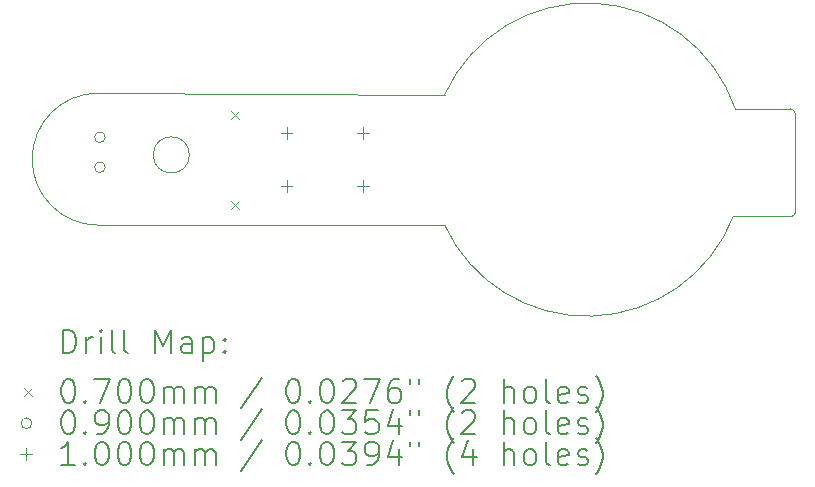
<source format=gbr>
%TF.GenerationSoftware,KiCad,Pcbnew,9.0.0*%
%TF.CreationDate,2025-12-23T19:15:52-06:00*%
%TF.ProjectId,Project 1 LED Torch,50726f6a-6563-4742-9031-204c45442054,1*%
%TF.SameCoordinates,Original*%
%TF.FileFunction,Drillmap*%
%TF.FilePolarity,Positive*%
%FSLAX45Y45*%
G04 Gerber Fmt 4.5, Leading zero omitted, Abs format (unit mm)*
G04 Created by KiCad (PCBNEW 9.0.0) date 2025-12-23 19:15:52*
%MOMM*%
%LPD*%
G01*
G04 APERTURE LIST*
%ADD10C,0.050000*%
%ADD11C,0.200000*%
%ADD12C,0.100000*%
G04 APERTURE END LIST*
D10*
X10917448Y-13802360D02*
G75*
G02*
X10611592Y-13802360I-152928J0D01*
G01*
X10611592Y-13802360D02*
G75*
G02*
X10917448Y-13802360I152928J0D01*
G01*
X15523910Y-14320519D02*
G75*
G02*
X13078460Y-14396720I-1238950J482600D01*
G01*
X16047720Y-14290040D02*
G75*
G02*
X16017240Y-14320520I-30480J0D01*
G01*
X16047720Y-13457359D02*
X16047720Y-14290040D01*
X15523910Y-14320519D02*
X16017240Y-14320520D01*
X15539052Y-13410918D02*
X16002000Y-13410918D01*
X16001718Y-13410918D02*
G75*
G02*
X16047720Y-13456920I0J-46002D01*
G01*
X13078460Y-13291820D02*
G75*
G02*
X15539052Y-13410918I1206500J-551180D01*
G01*
X10144760Y-14396720D02*
X13078460Y-14396720D01*
X10144760Y-13279120D02*
X13078460Y-13291820D01*
X10144760Y-14396720D02*
G75*
G02*
X10144760Y-13279120I0J558800D01*
G01*
D11*
D12*
X11268000Y-13427000D02*
X11338000Y-13497000D01*
X11338000Y-13427000D02*
X11268000Y-13497000D01*
X11268000Y-14189000D02*
X11338000Y-14259000D01*
X11338000Y-14189000D02*
X11268000Y-14259000D01*
X10205000Y-13652500D02*
G75*
G02*
X10115000Y-13652500I-45000J0D01*
G01*
X10115000Y-13652500D02*
G75*
G02*
X10205000Y-13652500I45000J0D01*
G01*
X10205000Y-13906500D02*
G75*
G02*
X10115000Y-13906500I-45000J0D01*
G01*
X10115000Y-13906500D02*
G75*
G02*
X10205000Y-13906500I45000J0D01*
G01*
X11740000Y-13568000D02*
X11740000Y-13668000D01*
X11690000Y-13618000D02*
X11790000Y-13618000D01*
X11740000Y-14018000D02*
X11740000Y-14118000D01*
X11690000Y-14068000D02*
X11790000Y-14068000D01*
X12390000Y-13568000D02*
X12390000Y-13668000D01*
X12340000Y-13618000D02*
X12440000Y-13618000D01*
X12390000Y-14018000D02*
X12390000Y-14118000D01*
X12340000Y-14068000D02*
X12440000Y-14068000D01*
D11*
X9844237Y-15481528D02*
X9844237Y-15281528D01*
X9844237Y-15281528D02*
X9891856Y-15281528D01*
X9891856Y-15281528D02*
X9920427Y-15291051D01*
X9920427Y-15291051D02*
X9939475Y-15310099D01*
X9939475Y-15310099D02*
X9948999Y-15329147D01*
X9948999Y-15329147D02*
X9958523Y-15367242D01*
X9958523Y-15367242D02*
X9958523Y-15395813D01*
X9958523Y-15395813D02*
X9948999Y-15433909D01*
X9948999Y-15433909D02*
X9939475Y-15452956D01*
X9939475Y-15452956D02*
X9920427Y-15472004D01*
X9920427Y-15472004D02*
X9891856Y-15481528D01*
X9891856Y-15481528D02*
X9844237Y-15481528D01*
X10044237Y-15481528D02*
X10044237Y-15348194D01*
X10044237Y-15386290D02*
X10053761Y-15367242D01*
X10053761Y-15367242D02*
X10063284Y-15357718D01*
X10063284Y-15357718D02*
X10082332Y-15348194D01*
X10082332Y-15348194D02*
X10101380Y-15348194D01*
X10168046Y-15481528D02*
X10168046Y-15348194D01*
X10168046Y-15281528D02*
X10158523Y-15291051D01*
X10158523Y-15291051D02*
X10168046Y-15300575D01*
X10168046Y-15300575D02*
X10177570Y-15291051D01*
X10177570Y-15291051D02*
X10168046Y-15281528D01*
X10168046Y-15281528D02*
X10168046Y-15300575D01*
X10291856Y-15481528D02*
X10272808Y-15472004D01*
X10272808Y-15472004D02*
X10263284Y-15452956D01*
X10263284Y-15452956D02*
X10263284Y-15281528D01*
X10396618Y-15481528D02*
X10377570Y-15472004D01*
X10377570Y-15472004D02*
X10368046Y-15452956D01*
X10368046Y-15452956D02*
X10368046Y-15281528D01*
X10625189Y-15481528D02*
X10625189Y-15281528D01*
X10625189Y-15281528D02*
X10691856Y-15424385D01*
X10691856Y-15424385D02*
X10758523Y-15281528D01*
X10758523Y-15281528D02*
X10758523Y-15481528D01*
X10939475Y-15481528D02*
X10939475Y-15376766D01*
X10939475Y-15376766D02*
X10929951Y-15357718D01*
X10929951Y-15357718D02*
X10910904Y-15348194D01*
X10910904Y-15348194D02*
X10872808Y-15348194D01*
X10872808Y-15348194D02*
X10853761Y-15357718D01*
X10939475Y-15472004D02*
X10920427Y-15481528D01*
X10920427Y-15481528D02*
X10872808Y-15481528D01*
X10872808Y-15481528D02*
X10853761Y-15472004D01*
X10853761Y-15472004D02*
X10844237Y-15452956D01*
X10844237Y-15452956D02*
X10844237Y-15433909D01*
X10844237Y-15433909D02*
X10853761Y-15414861D01*
X10853761Y-15414861D02*
X10872808Y-15405337D01*
X10872808Y-15405337D02*
X10920427Y-15405337D01*
X10920427Y-15405337D02*
X10939475Y-15395813D01*
X11034713Y-15348194D02*
X11034713Y-15548194D01*
X11034713Y-15357718D02*
X11053761Y-15348194D01*
X11053761Y-15348194D02*
X11091856Y-15348194D01*
X11091856Y-15348194D02*
X11110904Y-15357718D01*
X11110904Y-15357718D02*
X11120427Y-15367242D01*
X11120427Y-15367242D02*
X11129951Y-15386290D01*
X11129951Y-15386290D02*
X11129951Y-15443432D01*
X11129951Y-15443432D02*
X11120427Y-15462480D01*
X11120427Y-15462480D02*
X11110904Y-15472004D01*
X11110904Y-15472004D02*
X11091856Y-15481528D01*
X11091856Y-15481528D02*
X11053761Y-15481528D01*
X11053761Y-15481528D02*
X11034713Y-15472004D01*
X11215665Y-15462480D02*
X11225189Y-15472004D01*
X11225189Y-15472004D02*
X11215665Y-15481528D01*
X11215665Y-15481528D02*
X11206142Y-15472004D01*
X11206142Y-15472004D02*
X11215665Y-15462480D01*
X11215665Y-15462480D02*
X11215665Y-15481528D01*
X11215665Y-15357718D02*
X11225189Y-15367242D01*
X11225189Y-15367242D02*
X11215665Y-15376766D01*
X11215665Y-15376766D02*
X11206142Y-15367242D01*
X11206142Y-15367242D02*
X11215665Y-15357718D01*
X11215665Y-15357718D02*
X11215665Y-15376766D01*
D12*
X9513460Y-15775044D02*
X9583460Y-15845044D01*
X9583460Y-15775044D02*
X9513460Y-15845044D01*
D11*
X9882332Y-15701528D02*
X9901380Y-15701528D01*
X9901380Y-15701528D02*
X9920427Y-15711051D01*
X9920427Y-15711051D02*
X9929951Y-15720575D01*
X9929951Y-15720575D02*
X9939475Y-15739623D01*
X9939475Y-15739623D02*
X9948999Y-15777718D01*
X9948999Y-15777718D02*
X9948999Y-15825337D01*
X9948999Y-15825337D02*
X9939475Y-15863432D01*
X9939475Y-15863432D02*
X9929951Y-15882480D01*
X9929951Y-15882480D02*
X9920427Y-15892004D01*
X9920427Y-15892004D02*
X9901380Y-15901528D01*
X9901380Y-15901528D02*
X9882332Y-15901528D01*
X9882332Y-15901528D02*
X9863284Y-15892004D01*
X9863284Y-15892004D02*
X9853761Y-15882480D01*
X9853761Y-15882480D02*
X9844237Y-15863432D01*
X9844237Y-15863432D02*
X9834713Y-15825337D01*
X9834713Y-15825337D02*
X9834713Y-15777718D01*
X9834713Y-15777718D02*
X9844237Y-15739623D01*
X9844237Y-15739623D02*
X9853761Y-15720575D01*
X9853761Y-15720575D02*
X9863284Y-15711051D01*
X9863284Y-15711051D02*
X9882332Y-15701528D01*
X10034713Y-15882480D02*
X10044237Y-15892004D01*
X10044237Y-15892004D02*
X10034713Y-15901528D01*
X10034713Y-15901528D02*
X10025189Y-15892004D01*
X10025189Y-15892004D02*
X10034713Y-15882480D01*
X10034713Y-15882480D02*
X10034713Y-15901528D01*
X10110904Y-15701528D02*
X10244237Y-15701528D01*
X10244237Y-15701528D02*
X10158523Y-15901528D01*
X10358523Y-15701528D02*
X10377570Y-15701528D01*
X10377570Y-15701528D02*
X10396618Y-15711051D01*
X10396618Y-15711051D02*
X10406142Y-15720575D01*
X10406142Y-15720575D02*
X10415665Y-15739623D01*
X10415665Y-15739623D02*
X10425189Y-15777718D01*
X10425189Y-15777718D02*
X10425189Y-15825337D01*
X10425189Y-15825337D02*
X10415665Y-15863432D01*
X10415665Y-15863432D02*
X10406142Y-15882480D01*
X10406142Y-15882480D02*
X10396618Y-15892004D01*
X10396618Y-15892004D02*
X10377570Y-15901528D01*
X10377570Y-15901528D02*
X10358523Y-15901528D01*
X10358523Y-15901528D02*
X10339475Y-15892004D01*
X10339475Y-15892004D02*
X10329951Y-15882480D01*
X10329951Y-15882480D02*
X10320427Y-15863432D01*
X10320427Y-15863432D02*
X10310904Y-15825337D01*
X10310904Y-15825337D02*
X10310904Y-15777718D01*
X10310904Y-15777718D02*
X10320427Y-15739623D01*
X10320427Y-15739623D02*
X10329951Y-15720575D01*
X10329951Y-15720575D02*
X10339475Y-15711051D01*
X10339475Y-15711051D02*
X10358523Y-15701528D01*
X10548999Y-15701528D02*
X10568046Y-15701528D01*
X10568046Y-15701528D02*
X10587094Y-15711051D01*
X10587094Y-15711051D02*
X10596618Y-15720575D01*
X10596618Y-15720575D02*
X10606142Y-15739623D01*
X10606142Y-15739623D02*
X10615665Y-15777718D01*
X10615665Y-15777718D02*
X10615665Y-15825337D01*
X10615665Y-15825337D02*
X10606142Y-15863432D01*
X10606142Y-15863432D02*
X10596618Y-15882480D01*
X10596618Y-15882480D02*
X10587094Y-15892004D01*
X10587094Y-15892004D02*
X10568046Y-15901528D01*
X10568046Y-15901528D02*
X10548999Y-15901528D01*
X10548999Y-15901528D02*
X10529951Y-15892004D01*
X10529951Y-15892004D02*
X10520427Y-15882480D01*
X10520427Y-15882480D02*
X10510904Y-15863432D01*
X10510904Y-15863432D02*
X10501380Y-15825337D01*
X10501380Y-15825337D02*
X10501380Y-15777718D01*
X10501380Y-15777718D02*
X10510904Y-15739623D01*
X10510904Y-15739623D02*
X10520427Y-15720575D01*
X10520427Y-15720575D02*
X10529951Y-15711051D01*
X10529951Y-15711051D02*
X10548999Y-15701528D01*
X10701380Y-15901528D02*
X10701380Y-15768194D01*
X10701380Y-15787242D02*
X10710904Y-15777718D01*
X10710904Y-15777718D02*
X10729951Y-15768194D01*
X10729951Y-15768194D02*
X10758523Y-15768194D01*
X10758523Y-15768194D02*
X10777570Y-15777718D01*
X10777570Y-15777718D02*
X10787094Y-15796766D01*
X10787094Y-15796766D02*
X10787094Y-15901528D01*
X10787094Y-15796766D02*
X10796618Y-15777718D01*
X10796618Y-15777718D02*
X10815665Y-15768194D01*
X10815665Y-15768194D02*
X10844237Y-15768194D01*
X10844237Y-15768194D02*
X10863285Y-15777718D01*
X10863285Y-15777718D02*
X10872808Y-15796766D01*
X10872808Y-15796766D02*
X10872808Y-15901528D01*
X10968046Y-15901528D02*
X10968046Y-15768194D01*
X10968046Y-15787242D02*
X10977570Y-15777718D01*
X10977570Y-15777718D02*
X10996618Y-15768194D01*
X10996618Y-15768194D02*
X11025189Y-15768194D01*
X11025189Y-15768194D02*
X11044237Y-15777718D01*
X11044237Y-15777718D02*
X11053761Y-15796766D01*
X11053761Y-15796766D02*
X11053761Y-15901528D01*
X11053761Y-15796766D02*
X11063285Y-15777718D01*
X11063285Y-15777718D02*
X11082332Y-15768194D01*
X11082332Y-15768194D02*
X11110904Y-15768194D01*
X11110904Y-15768194D02*
X11129951Y-15777718D01*
X11129951Y-15777718D02*
X11139475Y-15796766D01*
X11139475Y-15796766D02*
X11139475Y-15901528D01*
X11529951Y-15692004D02*
X11358523Y-15949147D01*
X11787094Y-15701528D02*
X11806142Y-15701528D01*
X11806142Y-15701528D02*
X11825189Y-15711051D01*
X11825189Y-15711051D02*
X11834713Y-15720575D01*
X11834713Y-15720575D02*
X11844237Y-15739623D01*
X11844237Y-15739623D02*
X11853761Y-15777718D01*
X11853761Y-15777718D02*
X11853761Y-15825337D01*
X11853761Y-15825337D02*
X11844237Y-15863432D01*
X11844237Y-15863432D02*
X11834713Y-15882480D01*
X11834713Y-15882480D02*
X11825189Y-15892004D01*
X11825189Y-15892004D02*
X11806142Y-15901528D01*
X11806142Y-15901528D02*
X11787094Y-15901528D01*
X11787094Y-15901528D02*
X11768046Y-15892004D01*
X11768046Y-15892004D02*
X11758523Y-15882480D01*
X11758523Y-15882480D02*
X11748999Y-15863432D01*
X11748999Y-15863432D02*
X11739475Y-15825337D01*
X11739475Y-15825337D02*
X11739475Y-15777718D01*
X11739475Y-15777718D02*
X11748999Y-15739623D01*
X11748999Y-15739623D02*
X11758523Y-15720575D01*
X11758523Y-15720575D02*
X11768046Y-15711051D01*
X11768046Y-15711051D02*
X11787094Y-15701528D01*
X11939475Y-15882480D02*
X11948999Y-15892004D01*
X11948999Y-15892004D02*
X11939475Y-15901528D01*
X11939475Y-15901528D02*
X11929951Y-15892004D01*
X11929951Y-15892004D02*
X11939475Y-15882480D01*
X11939475Y-15882480D02*
X11939475Y-15901528D01*
X12072808Y-15701528D02*
X12091856Y-15701528D01*
X12091856Y-15701528D02*
X12110904Y-15711051D01*
X12110904Y-15711051D02*
X12120427Y-15720575D01*
X12120427Y-15720575D02*
X12129951Y-15739623D01*
X12129951Y-15739623D02*
X12139475Y-15777718D01*
X12139475Y-15777718D02*
X12139475Y-15825337D01*
X12139475Y-15825337D02*
X12129951Y-15863432D01*
X12129951Y-15863432D02*
X12120427Y-15882480D01*
X12120427Y-15882480D02*
X12110904Y-15892004D01*
X12110904Y-15892004D02*
X12091856Y-15901528D01*
X12091856Y-15901528D02*
X12072808Y-15901528D01*
X12072808Y-15901528D02*
X12053761Y-15892004D01*
X12053761Y-15892004D02*
X12044237Y-15882480D01*
X12044237Y-15882480D02*
X12034713Y-15863432D01*
X12034713Y-15863432D02*
X12025189Y-15825337D01*
X12025189Y-15825337D02*
X12025189Y-15777718D01*
X12025189Y-15777718D02*
X12034713Y-15739623D01*
X12034713Y-15739623D02*
X12044237Y-15720575D01*
X12044237Y-15720575D02*
X12053761Y-15711051D01*
X12053761Y-15711051D02*
X12072808Y-15701528D01*
X12215666Y-15720575D02*
X12225189Y-15711051D01*
X12225189Y-15711051D02*
X12244237Y-15701528D01*
X12244237Y-15701528D02*
X12291856Y-15701528D01*
X12291856Y-15701528D02*
X12310904Y-15711051D01*
X12310904Y-15711051D02*
X12320427Y-15720575D01*
X12320427Y-15720575D02*
X12329951Y-15739623D01*
X12329951Y-15739623D02*
X12329951Y-15758670D01*
X12329951Y-15758670D02*
X12320427Y-15787242D01*
X12320427Y-15787242D02*
X12206142Y-15901528D01*
X12206142Y-15901528D02*
X12329951Y-15901528D01*
X12396618Y-15701528D02*
X12529951Y-15701528D01*
X12529951Y-15701528D02*
X12444237Y-15901528D01*
X12691856Y-15701528D02*
X12653761Y-15701528D01*
X12653761Y-15701528D02*
X12634713Y-15711051D01*
X12634713Y-15711051D02*
X12625189Y-15720575D01*
X12625189Y-15720575D02*
X12606142Y-15749147D01*
X12606142Y-15749147D02*
X12596618Y-15787242D01*
X12596618Y-15787242D02*
X12596618Y-15863432D01*
X12596618Y-15863432D02*
X12606142Y-15882480D01*
X12606142Y-15882480D02*
X12615666Y-15892004D01*
X12615666Y-15892004D02*
X12634713Y-15901528D01*
X12634713Y-15901528D02*
X12672808Y-15901528D01*
X12672808Y-15901528D02*
X12691856Y-15892004D01*
X12691856Y-15892004D02*
X12701380Y-15882480D01*
X12701380Y-15882480D02*
X12710904Y-15863432D01*
X12710904Y-15863432D02*
X12710904Y-15815813D01*
X12710904Y-15815813D02*
X12701380Y-15796766D01*
X12701380Y-15796766D02*
X12691856Y-15787242D01*
X12691856Y-15787242D02*
X12672808Y-15777718D01*
X12672808Y-15777718D02*
X12634713Y-15777718D01*
X12634713Y-15777718D02*
X12615666Y-15787242D01*
X12615666Y-15787242D02*
X12606142Y-15796766D01*
X12606142Y-15796766D02*
X12596618Y-15815813D01*
X12787094Y-15701528D02*
X12787094Y-15739623D01*
X12863285Y-15701528D02*
X12863285Y-15739623D01*
X13158523Y-15977718D02*
X13148999Y-15968194D01*
X13148999Y-15968194D02*
X13129951Y-15939623D01*
X13129951Y-15939623D02*
X13120428Y-15920575D01*
X13120428Y-15920575D02*
X13110904Y-15892004D01*
X13110904Y-15892004D02*
X13101380Y-15844385D01*
X13101380Y-15844385D02*
X13101380Y-15806290D01*
X13101380Y-15806290D02*
X13110904Y-15758670D01*
X13110904Y-15758670D02*
X13120428Y-15730099D01*
X13120428Y-15730099D02*
X13129951Y-15711051D01*
X13129951Y-15711051D02*
X13148999Y-15682480D01*
X13148999Y-15682480D02*
X13158523Y-15672956D01*
X13225189Y-15720575D02*
X13234713Y-15711051D01*
X13234713Y-15711051D02*
X13253761Y-15701528D01*
X13253761Y-15701528D02*
X13301380Y-15701528D01*
X13301380Y-15701528D02*
X13320428Y-15711051D01*
X13320428Y-15711051D02*
X13329951Y-15720575D01*
X13329951Y-15720575D02*
X13339475Y-15739623D01*
X13339475Y-15739623D02*
X13339475Y-15758670D01*
X13339475Y-15758670D02*
X13329951Y-15787242D01*
X13329951Y-15787242D02*
X13215666Y-15901528D01*
X13215666Y-15901528D02*
X13339475Y-15901528D01*
X13577570Y-15901528D02*
X13577570Y-15701528D01*
X13663285Y-15901528D02*
X13663285Y-15796766D01*
X13663285Y-15796766D02*
X13653761Y-15777718D01*
X13653761Y-15777718D02*
X13634713Y-15768194D01*
X13634713Y-15768194D02*
X13606142Y-15768194D01*
X13606142Y-15768194D02*
X13587094Y-15777718D01*
X13587094Y-15777718D02*
X13577570Y-15787242D01*
X13787094Y-15901528D02*
X13768047Y-15892004D01*
X13768047Y-15892004D02*
X13758523Y-15882480D01*
X13758523Y-15882480D02*
X13748999Y-15863432D01*
X13748999Y-15863432D02*
X13748999Y-15806290D01*
X13748999Y-15806290D02*
X13758523Y-15787242D01*
X13758523Y-15787242D02*
X13768047Y-15777718D01*
X13768047Y-15777718D02*
X13787094Y-15768194D01*
X13787094Y-15768194D02*
X13815666Y-15768194D01*
X13815666Y-15768194D02*
X13834713Y-15777718D01*
X13834713Y-15777718D02*
X13844237Y-15787242D01*
X13844237Y-15787242D02*
X13853761Y-15806290D01*
X13853761Y-15806290D02*
X13853761Y-15863432D01*
X13853761Y-15863432D02*
X13844237Y-15882480D01*
X13844237Y-15882480D02*
X13834713Y-15892004D01*
X13834713Y-15892004D02*
X13815666Y-15901528D01*
X13815666Y-15901528D02*
X13787094Y-15901528D01*
X13968047Y-15901528D02*
X13948999Y-15892004D01*
X13948999Y-15892004D02*
X13939475Y-15872956D01*
X13939475Y-15872956D02*
X13939475Y-15701528D01*
X14120428Y-15892004D02*
X14101380Y-15901528D01*
X14101380Y-15901528D02*
X14063285Y-15901528D01*
X14063285Y-15901528D02*
X14044237Y-15892004D01*
X14044237Y-15892004D02*
X14034713Y-15872956D01*
X14034713Y-15872956D02*
X14034713Y-15796766D01*
X14034713Y-15796766D02*
X14044237Y-15777718D01*
X14044237Y-15777718D02*
X14063285Y-15768194D01*
X14063285Y-15768194D02*
X14101380Y-15768194D01*
X14101380Y-15768194D02*
X14120428Y-15777718D01*
X14120428Y-15777718D02*
X14129951Y-15796766D01*
X14129951Y-15796766D02*
X14129951Y-15815813D01*
X14129951Y-15815813D02*
X14034713Y-15834861D01*
X14206142Y-15892004D02*
X14225190Y-15901528D01*
X14225190Y-15901528D02*
X14263285Y-15901528D01*
X14263285Y-15901528D02*
X14282332Y-15892004D01*
X14282332Y-15892004D02*
X14291856Y-15872956D01*
X14291856Y-15872956D02*
X14291856Y-15863432D01*
X14291856Y-15863432D02*
X14282332Y-15844385D01*
X14282332Y-15844385D02*
X14263285Y-15834861D01*
X14263285Y-15834861D02*
X14234713Y-15834861D01*
X14234713Y-15834861D02*
X14215666Y-15825337D01*
X14215666Y-15825337D02*
X14206142Y-15806290D01*
X14206142Y-15806290D02*
X14206142Y-15796766D01*
X14206142Y-15796766D02*
X14215666Y-15777718D01*
X14215666Y-15777718D02*
X14234713Y-15768194D01*
X14234713Y-15768194D02*
X14263285Y-15768194D01*
X14263285Y-15768194D02*
X14282332Y-15777718D01*
X14358523Y-15977718D02*
X14368047Y-15968194D01*
X14368047Y-15968194D02*
X14387094Y-15939623D01*
X14387094Y-15939623D02*
X14396618Y-15920575D01*
X14396618Y-15920575D02*
X14406142Y-15892004D01*
X14406142Y-15892004D02*
X14415666Y-15844385D01*
X14415666Y-15844385D02*
X14415666Y-15806290D01*
X14415666Y-15806290D02*
X14406142Y-15758670D01*
X14406142Y-15758670D02*
X14396618Y-15730099D01*
X14396618Y-15730099D02*
X14387094Y-15711051D01*
X14387094Y-15711051D02*
X14368047Y-15682480D01*
X14368047Y-15682480D02*
X14358523Y-15672956D01*
D12*
X9583460Y-16074044D02*
G75*
G02*
X9493460Y-16074044I-45000J0D01*
G01*
X9493460Y-16074044D02*
G75*
G02*
X9583460Y-16074044I45000J0D01*
G01*
D11*
X9882332Y-15965528D02*
X9901380Y-15965528D01*
X9901380Y-15965528D02*
X9920427Y-15975051D01*
X9920427Y-15975051D02*
X9929951Y-15984575D01*
X9929951Y-15984575D02*
X9939475Y-16003623D01*
X9939475Y-16003623D02*
X9948999Y-16041718D01*
X9948999Y-16041718D02*
X9948999Y-16089337D01*
X9948999Y-16089337D02*
X9939475Y-16127432D01*
X9939475Y-16127432D02*
X9929951Y-16146480D01*
X9929951Y-16146480D02*
X9920427Y-16156004D01*
X9920427Y-16156004D02*
X9901380Y-16165528D01*
X9901380Y-16165528D02*
X9882332Y-16165528D01*
X9882332Y-16165528D02*
X9863284Y-16156004D01*
X9863284Y-16156004D02*
X9853761Y-16146480D01*
X9853761Y-16146480D02*
X9844237Y-16127432D01*
X9844237Y-16127432D02*
X9834713Y-16089337D01*
X9834713Y-16089337D02*
X9834713Y-16041718D01*
X9834713Y-16041718D02*
X9844237Y-16003623D01*
X9844237Y-16003623D02*
X9853761Y-15984575D01*
X9853761Y-15984575D02*
X9863284Y-15975051D01*
X9863284Y-15975051D02*
X9882332Y-15965528D01*
X10034713Y-16146480D02*
X10044237Y-16156004D01*
X10044237Y-16156004D02*
X10034713Y-16165528D01*
X10034713Y-16165528D02*
X10025189Y-16156004D01*
X10025189Y-16156004D02*
X10034713Y-16146480D01*
X10034713Y-16146480D02*
X10034713Y-16165528D01*
X10139475Y-16165528D02*
X10177570Y-16165528D01*
X10177570Y-16165528D02*
X10196618Y-16156004D01*
X10196618Y-16156004D02*
X10206142Y-16146480D01*
X10206142Y-16146480D02*
X10225189Y-16117909D01*
X10225189Y-16117909D02*
X10234713Y-16079813D01*
X10234713Y-16079813D02*
X10234713Y-16003623D01*
X10234713Y-16003623D02*
X10225189Y-15984575D01*
X10225189Y-15984575D02*
X10215665Y-15975051D01*
X10215665Y-15975051D02*
X10196618Y-15965528D01*
X10196618Y-15965528D02*
X10158523Y-15965528D01*
X10158523Y-15965528D02*
X10139475Y-15975051D01*
X10139475Y-15975051D02*
X10129951Y-15984575D01*
X10129951Y-15984575D02*
X10120427Y-16003623D01*
X10120427Y-16003623D02*
X10120427Y-16051242D01*
X10120427Y-16051242D02*
X10129951Y-16070290D01*
X10129951Y-16070290D02*
X10139475Y-16079813D01*
X10139475Y-16079813D02*
X10158523Y-16089337D01*
X10158523Y-16089337D02*
X10196618Y-16089337D01*
X10196618Y-16089337D02*
X10215665Y-16079813D01*
X10215665Y-16079813D02*
X10225189Y-16070290D01*
X10225189Y-16070290D02*
X10234713Y-16051242D01*
X10358523Y-15965528D02*
X10377570Y-15965528D01*
X10377570Y-15965528D02*
X10396618Y-15975051D01*
X10396618Y-15975051D02*
X10406142Y-15984575D01*
X10406142Y-15984575D02*
X10415665Y-16003623D01*
X10415665Y-16003623D02*
X10425189Y-16041718D01*
X10425189Y-16041718D02*
X10425189Y-16089337D01*
X10425189Y-16089337D02*
X10415665Y-16127432D01*
X10415665Y-16127432D02*
X10406142Y-16146480D01*
X10406142Y-16146480D02*
X10396618Y-16156004D01*
X10396618Y-16156004D02*
X10377570Y-16165528D01*
X10377570Y-16165528D02*
X10358523Y-16165528D01*
X10358523Y-16165528D02*
X10339475Y-16156004D01*
X10339475Y-16156004D02*
X10329951Y-16146480D01*
X10329951Y-16146480D02*
X10320427Y-16127432D01*
X10320427Y-16127432D02*
X10310904Y-16089337D01*
X10310904Y-16089337D02*
X10310904Y-16041718D01*
X10310904Y-16041718D02*
X10320427Y-16003623D01*
X10320427Y-16003623D02*
X10329951Y-15984575D01*
X10329951Y-15984575D02*
X10339475Y-15975051D01*
X10339475Y-15975051D02*
X10358523Y-15965528D01*
X10548999Y-15965528D02*
X10568046Y-15965528D01*
X10568046Y-15965528D02*
X10587094Y-15975051D01*
X10587094Y-15975051D02*
X10596618Y-15984575D01*
X10596618Y-15984575D02*
X10606142Y-16003623D01*
X10606142Y-16003623D02*
X10615665Y-16041718D01*
X10615665Y-16041718D02*
X10615665Y-16089337D01*
X10615665Y-16089337D02*
X10606142Y-16127432D01*
X10606142Y-16127432D02*
X10596618Y-16146480D01*
X10596618Y-16146480D02*
X10587094Y-16156004D01*
X10587094Y-16156004D02*
X10568046Y-16165528D01*
X10568046Y-16165528D02*
X10548999Y-16165528D01*
X10548999Y-16165528D02*
X10529951Y-16156004D01*
X10529951Y-16156004D02*
X10520427Y-16146480D01*
X10520427Y-16146480D02*
X10510904Y-16127432D01*
X10510904Y-16127432D02*
X10501380Y-16089337D01*
X10501380Y-16089337D02*
X10501380Y-16041718D01*
X10501380Y-16041718D02*
X10510904Y-16003623D01*
X10510904Y-16003623D02*
X10520427Y-15984575D01*
X10520427Y-15984575D02*
X10529951Y-15975051D01*
X10529951Y-15975051D02*
X10548999Y-15965528D01*
X10701380Y-16165528D02*
X10701380Y-16032194D01*
X10701380Y-16051242D02*
X10710904Y-16041718D01*
X10710904Y-16041718D02*
X10729951Y-16032194D01*
X10729951Y-16032194D02*
X10758523Y-16032194D01*
X10758523Y-16032194D02*
X10777570Y-16041718D01*
X10777570Y-16041718D02*
X10787094Y-16060766D01*
X10787094Y-16060766D02*
X10787094Y-16165528D01*
X10787094Y-16060766D02*
X10796618Y-16041718D01*
X10796618Y-16041718D02*
X10815665Y-16032194D01*
X10815665Y-16032194D02*
X10844237Y-16032194D01*
X10844237Y-16032194D02*
X10863285Y-16041718D01*
X10863285Y-16041718D02*
X10872808Y-16060766D01*
X10872808Y-16060766D02*
X10872808Y-16165528D01*
X10968046Y-16165528D02*
X10968046Y-16032194D01*
X10968046Y-16051242D02*
X10977570Y-16041718D01*
X10977570Y-16041718D02*
X10996618Y-16032194D01*
X10996618Y-16032194D02*
X11025189Y-16032194D01*
X11025189Y-16032194D02*
X11044237Y-16041718D01*
X11044237Y-16041718D02*
X11053761Y-16060766D01*
X11053761Y-16060766D02*
X11053761Y-16165528D01*
X11053761Y-16060766D02*
X11063285Y-16041718D01*
X11063285Y-16041718D02*
X11082332Y-16032194D01*
X11082332Y-16032194D02*
X11110904Y-16032194D01*
X11110904Y-16032194D02*
X11129951Y-16041718D01*
X11129951Y-16041718D02*
X11139475Y-16060766D01*
X11139475Y-16060766D02*
X11139475Y-16165528D01*
X11529951Y-15956004D02*
X11358523Y-16213147D01*
X11787094Y-15965528D02*
X11806142Y-15965528D01*
X11806142Y-15965528D02*
X11825189Y-15975051D01*
X11825189Y-15975051D02*
X11834713Y-15984575D01*
X11834713Y-15984575D02*
X11844237Y-16003623D01*
X11844237Y-16003623D02*
X11853761Y-16041718D01*
X11853761Y-16041718D02*
X11853761Y-16089337D01*
X11853761Y-16089337D02*
X11844237Y-16127432D01*
X11844237Y-16127432D02*
X11834713Y-16146480D01*
X11834713Y-16146480D02*
X11825189Y-16156004D01*
X11825189Y-16156004D02*
X11806142Y-16165528D01*
X11806142Y-16165528D02*
X11787094Y-16165528D01*
X11787094Y-16165528D02*
X11768046Y-16156004D01*
X11768046Y-16156004D02*
X11758523Y-16146480D01*
X11758523Y-16146480D02*
X11748999Y-16127432D01*
X11748999Y-16127432D02*
X11739475Y-16089337D01*
X11739475Y-16089337D02*
X11739475Y-16041718D01*
X11739475Y-16041718D02*
X11748999Y-16003623D01*
X11748999Y-16003623D02*
X11758523Y-15984575D01*
X11758523Y-15984575D02*
X11768046Y-15975051D01*
X11768046Y-15975051D02*
X11787094Y-15965528D01*
X11939475Y-16146480D02*
X11948999Y-16156004D01*
X11948999Y-16156004D02*
X11939475Y-16165528D01*
X11939475Y-16165528D02*
X11929951Y-16156004D01*
X11929951Y-16156004D02*
X11939475Y-16146480D01*
X11939475Y-16146480D02*
X11939475Y-16165528D01*
X12072808Y-15965528D02*
X12091856Y-15965528D01*
X12091856Y-15965528D02*
X12110904Y-15975051D01*
X12110904Y-15975051D02*
X12120427Y-15984575D01*
X12120427Y-15984575D02*
X12129951Y-16003623D01*
X12129951Y-16003623D02*
X12139475Y-16041718D01*
X12139475Y-16041718D02*
X12139475Y-16089337D01*
X12139475Y-16089337D02*
X12129951Y-16127432D01*
X12129951Y-16127432D02*
X12120427Y-16146480D01*
X12120427Y-16146480D02*
X12110904Y-16156004D01*
X12110904Y-16156004D02*
X12091856Y-16165528D01*
X12091856Y-16165528D02*
X12072808Y-16165528D01*
X12072808Y-16165528D02*
X12053761Y-16156004D01*
X12053761Y-16156004D02*
X12044237Y-16146480D01*
X12044237Y-16146480D02*
X12034713Y-16127432D01*
X12034713Y-16127432D02*
X12025189Y-16089337D01*
X12025189Y-16089337D02*
X12025189Y-16041718D01*
X12025189Y-16041718D02*
X12034713Y-16003623D01*
X12034713Y-16003623D02*
X12044237Y-15984575D01*
X12044237Y-15984575D02*
X12053761Y-15975051D01*
X12053761Y-15975051D02*
X12072808Y-15965528D01*
X12206142Y-15965528D02*
X12329951Y-15965528D01*
X12329951Y-15965528D02*
X12263285Y-16041718D01*
X12263285Y-16041718D02*
X12291856Y-16041718D01*
X12291856Y-16041718D02*
X12310904Y-16051242D01*
X12310904Y-16051242D02*
X12320427Y-16060766D01*
X12320427Y-16060766D02*
X12329951Y-16079813D01*
X12329951Y-16079813D02*
X12329951Y-16127432D01*
X12329951Y-16127432D02*
X12320427Y-16146480D01*
X12320427Y-16146480D02*
X12310904Y-16156004D01*
X12310904Y-16156004D02*
X12291856Y-16165528D01*
X12291856Y-16165528D02*
X12234713Y-16165528D01*
X12234713Y-16165528D02*
X12215666Y-16156004D01*
X12215666Y-16156004D02*
X12206142Y-16146480D01*
X12510904Y-15965528D02*
X12415666Y-15965528D01*
X12415666Y-15965528D02*
X12406142Y-16060766D01*
X12406142Y-16060766D02*
X12415666Y-16051242D01*
X12415666Y-16051242D02*
X12434713Y-16041718D01*
X12434713Y-16041718D02*
X12482332Y-16041718D01*
X12482332Y-16041718D02*
X12501380Y-16051242D01*
X12501380Y-16051242D02*
X12510904Y-16060766D01*
X12510904Y-16060766D02*
X12520427Y-16079813D01*
X12520427Y-16079813D02*
X12520427Y-16127432D01*
X12520427Y-16127432D02*
X12510904Y-16146480D01*
X12510904Y-16146480D02*
X12501380Y-16156004D01*
X12501380Y-16156004D02*
X12482332Y-16165528D01*
X12482332Y-16165528D02*
X12434713Y-16165528D01*
X12434713Y-16165528D02*
X12415666Y-16156004D01*
X12415666Y-16156004D02*
X12406142Y-16146480D01*
X12691856Y-16032194D02*
X12691856Y-16165528D01*
X12644237Y-15956004D02*
X12596618Y-16098861D01*
X12596618Y-16098861D02*
X12720427Y-16098861D01*
X12787094Y-15965528D02*
X12787094Y-16003623D01*
X12863285Y-15965528D02*
X12863285Y-16003623D01*
X13158523Y-16241718D02*
X13148999Y-16232194D01*
X13148999Y-16232194D02*
X13129951Y-16203623D01*
X13129951Y-16203623D02*
X13120428Y-16184575D01*
X13120428Y-16184575D02*
X13110904Y-16156004D01*
X13110904Y-16156004D02*
X13101380Y-16108385D01*
X13101380Y-16108385D02*
X13101380Y-16070290D01*
X13101380Y-16070290D02*
X13110904Y-16022670D01*
X13110904Y-16022670D02*
X13120428Y-15994099D01*
X13120428Y-15994099D02*
X13129951Y-15975051D01*
X13129951Y-15975051D02*
X13148999Y-15946480D01*
X13148999Y-15946480D02*
X13158523Y-15936956D01*
X13225189Y-15984575D02*
X13234713Y-15975051D01*
X13234713Y-15975051D02*
X13253761Y-15965528D01*
X13253761Y-15965528D02*
X13301380Y-15965528D01*
X13301380Y-15965528D02*
X13320428Y-15975051D01*
X13320428Y-15975051D02*
X13329951Y-15984575D01*
X13329951Y-15984575D02*
X13339475Y-16003623D01*
X13339475Y-16003623D02*
X13339475Y-16022670D01*
X13339475Y-16022670D02*
X13329951Y-16051242D01*
X13329951Y-16051242D02*
X13215666Y-16165528D01*
X13215666Y-16165528D02*
X13339475Y-16165528D01*
X13577570Y-16165528D02*
X13577570Y-15965528D01*
X13663285Y-16165528D02*
X13663285Y-16060766D01*
X13663285Y-16060766D02*
X13653761Y-16041718D01*
X13653761Y-16041718D02*
X13634713Y-16032194D01*
X13634713Y-16032194D02*
X13606142Y-16032194D01*
X13606142Y-16032194D02*
X13587094Y-16041718D01*
X13587094Y-16041718D02*
X13577570Y-16051242D01*
X13787094Y-16165528D02*
X13768047Y-16156004D01*
X13768047Y-16156004D02*
X13758523Y-16146480D01*
X13758523Y-16146480D02*
X13748999Y-16127432D01*
X13748999Y-16127432D02*
X13748999Y-16070290D01*
X13748999Y-16070290D02*
X13758523Y-16051242D01*
X13758523Y-16051242D02*
X13768047Y-16041718D01*
X13768047Y-16041718D02*
X13787094Y-16032194D01*
X13787094Y-16032194D02*
X13815666Y-16032194D01*
X13815666Y-16032194D02*
X13834713Y-16041718D01*
X13834713Y-16041718D02*
X13844237Y-16051242D01*
X13844237Y-16051242D02*
X13853761Y-16070290D01*
X13853761Y-16070290D02*
X13853761Y-16127432D01*
X13853761Y-16127432D02*
X13844237Y-16146480D01*
X13844237Y-16146480D02*
X13834713Y-16156004D01*
X13834713Y-16156004D02*
X13815666Y-16165528D01*
X13815666Y-16165528D02*
X13787094Y-16165528D01*
X13968047Y-16165528D02*
X13948999Y-16156004D01*
X13948999Y-16156004D02*
X13939475Y-16136956D01*
X13939475Y-16136956D02*
X13939475Y-15965528D01*
X14120428Y-16156004D02*
X14101380Y-16165528D01*
X14101380Y-16165528D02*
X14063285Y-16165528D01*
X14063285Y-16165528D02*
X14044237Y-16156004D01*
X14044237Y-16156004D02*
X14034713Y-16136956D01*
X14034713Y-16136956D02*
X14034713Y-16060766D01*
X14034713Y-16060766D02*
X14044237Y-16041718D01*
X14044237Y-16041718D02*
X14063285Y-16032194D01*
X14063285Y-16032194D02*
X14101380Y-16032194D01*
X14101380Y-16032194D02*
X14120428Y-16041718D01*
X14120428Y-16041718D02*
X14129951Y-16060766D01*
X14129951Y-16060766D02*
X14129951Y-16079813D01*
X14129951Y-16079813D02*
X14034713Y-16098861D01*
X14206142Y-16156004D02*
X14225190Y-16165528D01*
X14225190Y-16165528D02*
X14263285Y-16165528D01*
X14263285Y-16165528D02*
X14282332Y-16156004D01*
X14282332Y-16156004D02*
X14291856Y-16136956D01*
X14291856Y-16136956D02*
X14291856Y-16127432D01*
X14291856Y-16127432D02*
X14282332Y-16108385D01*
X14282332Y-16108385D02*
X14263285Y-16098861D01*
X14263285Y-16098861D02*
X14234713Y-16098861D01*
X14234713Y-16098861D02*
X14215666Y-16089337D01*
X14215666Y-16089337D02*
X14206142Y-16070290D01*
X14206142Y-16070290D02*
X14206142Y-16060766D01*
X14206142Y-16060766D02*
X14215666Y-16041718D01*
X14215666Y-16041718D02*
X14234713Y-16032194D01*
X14234713Y-16032194D02*
X14263285Y-16032194D01*
X14263285Y-16032194D02*
X14282332Y-16041718D01*
X14358523Y-16241718D02*
X14368047Y-16232194D01*
X14368047Y-16232194D02*
X14387094Y-16203623D01*
X14387094Y-16203623D02*
X14396618Y-16184575D01*
X14396618Y-16184575D02*
X14406142Y-16156004D01*
X14406142Y-16156004D02*
X14415666Y-16108385D01*
X14415666Y-16108385D02*
X14415666Y-16070290D01*
X14415666Y-16070290D02*
X14406142Y-16022670D01*
X14406142Y-16022670D02*
X14396618Y-15994099D01*
X14396618Y-15994099D02*
X14387094Y-15975051D01*
X14387094Y-15975051D02*
X14368047Y-15946480D01*
X14368047Y-15946480D02*
X14358523Y-15936956D01*
D12*
X9533460Y-16288044D02*
X9533460Y-16388044D01*
X9483460Y-16338044D02*
X9583460Y-16338044D01*
D11*
X9948999Y-16429528D02*
X9834713Y-16429528D01*
X9891856Y-16429528D02*
X9891856Y-16229528D01*
X9891856Y-16229528D02*
X9872808Y-16258099D01*
X9872808Y-16258099D02*
X9853761Y-16277147D01*
X9853761Y-16277147D02*
X9834713Y-16286670D01*
X10034713Y-16410480D02*
X10044237Y-16420004D01*
X10044237Y-16420004D02*
X10034713Y-16429528D01*
X10034713Y-16429528D02*
X10025189Y-16420004D01*
X10025189Y-16420004D02*
X10034713Y-16410480D01*
X10034713Y-16410480D02*
X10034713Y-16429528D01*
X10168046Y-16229528D02*
X10187094Y-16229528D01*
X10187094Y-16229528D02*
X10206142Y-16239051D01*
X10206142Y-16239051D02*
X10215665Y-16248575D01*
X10215665Y-16248575D02*
X10225189Y-16267623D01*
X10225189Y-16267623D02*
X10234713Y-16305718D01*
X10234713Y-16305718D02*
X10234713Y-16353337D01*
X10234713Y-16353337D02*
X10225189Y-16391432D01*
X10225189Y-16391432D02*
X10215665Y-16410480D01*
X10215665Y-16410480D02*
X10206142Y-16420004D01*
X10206142Y-16420004D02*
X10187094Y-16429528D01*
X10187094Y-16429528D02*
X10168046Y-16429528D01*
X10168046Y-16429528D02*
X10148999Y-16420004D01*
X10148999Y-16420004D02*
X10139475Y-16410480D01*
X10139475Y-16410480D02*
X10129951Y-16391432D01*
X10129951Y-16391432D02*
X10120427Y-16353337D01*
X10120427Y-16353337D02*
X10120427Y-16305718D01*
X10120427Y-16305718D02*
X10129951Y-16267623D01*
X10129951Y-16267623D02*
X10139475Y-16248575D01*
X10139475Y-16248575D02*
X10148999Y-16239051D01*
X10148999Y-16239051D02*
X10168046Y-16229528D01*
X10358523Y-16229528D02*
X10377570Y-16229528D01*
X10377570Y-16229528D02*
X10396618Y-16239051D01*
X10396618Y-16239051D02*
X10406142Y-16248575D01*
X10406142Y-16248575D02*
X10415665Y-16267623D01*
X10415665Y-16267623D02*
X10425189Y-16305718D01*
X10425189Y-16305718D02*
X10425189Y-16353337D01*
X10425189Y-16353337D02*
X10415665Y-16391432D01*
X10415665Y-16391432D02*
X10406142Y-16410480D01*
X10406142Y-16410480D02*
X10396618Y-16420004D01*
X10396618Y-16420004D02*
X10377570Y-16429528D01*
X10377570Y-16429528D02*
X10358523Y-16429528D01*
X10358523Y-16429528D02*
X10339475Y-16420004D01*
X10339475Y-16420004D02*
X10329951Y-16410480D01*
X10329951Y-16410480D02*
X10320427Y-16391432D01*
X10320427Y-16391432D02*
X10310904Y-16353337D01*
X10310904Y-16353337D02*
X10310904Y-16305718D01*
X10310904Y-16305718D02*
X10320427Y-16267623D01*
X10320427Y-16267623D02*
X10329951Y-16248575D01*
X10329951Y-16248575D02*
X10339475Y-16239051D01*
X10339475Y-16239051D02*
X10358523Y-16229528D01*
X10548999Y-16229528D02*
X10568046Y-16229528D01*
X10568046Y-16229528D02*
X10587094Y-16239051D01*
X10587094Y-16239051D02*
X10596618Y-16248575D01*
X10596618Y-16248575D02*
X10606142Y-16267623D01*
X10606142Y-16267623D02*
X10615665Y-16305718D01*
X10615665Y-16305718D02*
X10615665Y-16353337D01*
X10615665Y-16353337D02*
X10606142Y-16391432D01*
X10606142Y-16391432D02*
X10596618Y-16410480D01*
X10596618Y-16410480D02*
X10587094Y-16420004D01*
X10587094Y-16420004D02*
X10568046Y-16429528D01*
X10568046Y-16429528D02*
X10548999Y-16429528D01*
X10548999Y-16429528D02*
X10529951Y-16420004D01*
X10529951Y-16420004D02*
X10520427Y-16410480D01*
X10520427Y-16410480D02*
X10510904Y-16391432D01*
X10510904Y-16391432D02*
X10501380Y-16353337D01*
X10501380Y-16353337D02*
X10501380Y-16305718D01*
X10501380Y-16305718D02*
X10510904Y-16267623D01*
X10510904Y-16267623D02*
X10520427Y-16248575D01*
X10520427Y-16248575D02*
X10529951Y-16239051D01*
X10529951Y-16239051D02*
X10548999Y-16229528D01*
X10701380Y-16429528D02*
X10701380Y-16296194D01*
X10701380Y-16315242D02*
X10710904Y-16305718D01*
X10710904Y-16305718D02*
X10729951Y-16296194D01*
X10729951Y-16296194D02*
X10758523Y-16296194D01*
X10758523Y-16296194D02*
X10777570Y-16305718D01*
X10777570Y-16305718D02*
X10787094Y-16324766D01*
X10787094Y-16324766D02*
X10787094Y-16429528D01*
X10787094Y-16324766D02*
X10796618Y-16305718D01*
X10796618Y-16305718D02*
X10815665Y-16296194D01*
X10815665Y-16296194D02*
X10844237Y-16296194D01*
X10844237Y-16296194D02*
X10863285Y-16305718D01*
X10863285Y-16305718D02*
X10872808Y-16324766D01*
X10872808Y-16324766D02*
X10872808Y-16429528D01*
X10968046Y-16429528D02*
X10968046Y-16296194D01*
X10968046Y-16315242D02*
X10977570Y-16305718D01*
X10977570Y-16305718D02*
X10996618Y-16296194D01*
X10996618Y-16296194D02*
X11025189Y-16296194D01*
X11025189Y-16296194D02*
X11044237Y-16305718D01*
X11044237Y-16305718D02*
X11053761Y-16324766D01*
X11053761Y-16324766D02*
X11053761Y-16429528D01*
X11053761Y-16324766D02*
X11063285Y-16305718D01*
X11063285Y-16305718D02*
X11082332Y-16296194D01*
X11082332Y-16296194D02*
X11110904Y-16296194D01*
X11110904Y-16296194D02*
X11129951Y-16305718D01*
X11129951Y-16305718D02*
X11139475Y-16324766D01*
X11139475Y-16324766D02*
X11139475Y-16429528D01*
X11529951Y-16220004D02*
X11358523Y-16477147D01*
X11787094Y-16229528D02*
X11806142Y-16229528D01*
X11806142Y-16229528D02*
X11825189Y-16239051D01*
X11825189Y-16239051D02*
X11834713Y-16248575D01*
X11834713Y-16248575D02*
X11844237Y-16267623D01*
X11844237Y-16267623D02*
X11853761Y-16305718D01*
X11853761Y-16305718D02*
X11853761Y-16353337D01*
X11853761Y-16353337D02*
X11844237Y-16391432D01*
X11844237Y-16391432D02*
X11834713Y-16410480D01*
X11834713Y-16410480D02*
X11825189Y-16420004D01*
X11825189Y-16420004D02*
X11806142Y-16429528D01*
X11806142Y-16429528D02*
X11787094Y-16429528D01*
X11787094Y-16429528D02*
X11768046Y-16420004D01*
X11768046Y-16420004D02*
X11758523Y-16410480D01*
X11758523Y-16410480D02*
X11748999Y-16391432D01*
X11748999Y-16391432D02*
X11739475Y-16353337D01*
X11739475Y-16353337D02*
X11739475Y-16305718D01*
X11739475Y-16305718D02*
X11748999Y-16267623D01*
X11748999Y-16267623D02*
X11758523Y-16248575D01*
X11758523Y-16248575D02*
X11768046Y-16239051D01*
X11768046Y-16239051D02*
X11787094Y-16229528D01*
X11939475Y-16410480D02*
X11948999Y-16420004D01*
X11948999Y-16420004D02*
X11939475Y-16429528D01*
X11939475Y-16429528D02*
X11929951Y-16420004D01*
X11929951Y-16420004D02*
X11939475Y-16410480D01*
X11939475Y-16410480D02*
X11939475Y-16429528D01*
X12072808Y-16229528D02*
X12091856Y-16229528D01*
X12091856Y-16229528D02*
X12110904Y-16239051D01*
X12110904Y-16239051D02*
X12120427Y-16248575D01*
X12120427Y-16248575D02*
X12129951Y-16267623D01*
X12129951Y-16267623D02*
X12139475Y-16305718D01*
X12139475Y-16305718D02*
X12139475Y-16353337D01*
X12139475Y-16353337D02*
X12129951Y-16391432D01*
X12129951Y-16391432D02*
X12120427Y-16410480D01*
X12120427Y-16410480D02*
X12110904Y-16420004D01*
X12110904Y-16420004D02*
X12091856Y-16429528D01*
X12091856Y-16429528D02*
X12072808Y-16429528D01*
X12072808Y-16429528D02*
X12053761Y-16420004D01*
X12053761Y-16420004D02*
X12044237Y-16410480D01*
X12044237Y-16410480D02*
X12034713Y-16391432D01*
X12034713Y-16391432D02*
X12025189Y-16353337D01*
X12025189Y-16353337D02*
X12025189Y-16305718D01*
X12025189Y-16305718D02*
X12034713Y-16267623D01*
X12034713Y-16267623D02*
X12044237Y-16248575D01*
X12044237Y-16248575D02*
X12053761Y-16239051D01*
X12053761Y-16239051D02*
X12072808Y-16229528D01*
X12206142Y-16229528D02*
X12329951Y-16229528D01*
X12329951Y-16229528D02*
X12263285Y-16305718D01*
X12263285Y-16305718D02*
X12291856Y-16305718D01*
X12291856Y-16305718D02*
X12310904Y-16315242D01*
X12310904Y-16315242D02*
X12320427Y-16324766D01*
X12320427Y-16324766D02*
X12329951Y-16343813D01*
X12329951Y-16343813D02*
X12329951Y-16391432D01*
X12329951Y-16391432D02*
X12320427Y-16410480D01*
X12320427Y-16410480D02*
X12310904Y-16420004D01*
X12310904Y-16420004D02*
X12291856Y-16429528D01*
X12291856Y-16429528D02*
X12234713Y-16429528D01*
X12234713Y-16429528D02*
X12215666Y-16420004D01*
X12215666Y-16420004D02*
X12206142Y-16410480D01*
X12425189Y-16429528D02*
X12463285Y-16429528D01*
X12463285Y-16429528D02*
X12482332Y-16420004D01*
X12482332Y-16420004D02*
X12491856Y-16410480D01*
X12491856Y-16410480D02*
X12510904Y-16381909D01*
X12510904Y-16381909D02*
X12520427Y-16343813D01*
X12520427Y-16343813D02*
X12520427Y-16267623D01*
X12520427Y-16267623D02*
X12510904Y-16248575D01*
X12510904Y-16248575D02*
X12501380Y-16239051D01*
X12501380Y-16239051D02*
X12482332Y-16229528D01*
X12482332Y-16229528D02*
X12444237Y-16229528D01*
X12444237Y-16229528D02*
X12425189Y-16239051D01*
X12425189Y-16239051D02*
X12415666Y-16248575D01*
X12415666Y-16248575D02*
X12406142Y-16267623D01*
X12406142Y-16267623D02*
X12406142Y-16315242D01*
X12406142Y-16315242D02*
X12415666Y-16334290D01*
X12415666Y-16334290D02*
X12425189Y-16343813D01*
X12425189Y-16343813D02*
X12444237Y-16353337D01*
X12444237Y-16353337D02*
X12482332Y-16353337D01*
X12482332Y-16353337D02*
X12501380Y-16343813D01*
X12501380Y-16343813D02*
X12510904Y-16334290D01*
X12510904Y-16334290D02*
X12520427Y-16315242D01*
X12691856Y-16296194D02*
X12691856Y-16429528D01*
X12644237Y-16220004D02*
X12596618Y-16362861D01*
X12596618Y-16362861D02*
X12720427Y-16362861D01*
X12787094Y-16229528D02*
X12787094Y-16267623D01*
X12863285Y-16229528D02*
X12863285Y-16267623D01*
X13158523Y-16505718D02*
X13148999Y-16496194D01*
X13148999Y-16496194D02*
X13129951Y-16467623D01*
X13129951Y-16467623D02*
X13120428Y-16448575D01*
X13120428Y-16448575D02*
X13110904Y-16420004D01*
X13110904Y-16420004D02*
X13101380Y-16372385D01*
X13101380Y-16372385D02*
X13101380Y-16334290D01*
X13101380Y-16334290D02*
X13110904Y-16286670D01*
X13110904Y-16286670D02*
X13120428Y-16258099D01*
X13120428Y-16258099D02*
X13129951Y-16239051D01*
X13129951Y-16239051D02*
X13148999Y-16210480D01*
X13148999Y-16210480D02*
X13158523Y-16200956D01*
X13320428Y-16296194D02*
X13320428Y-16429528D01*
X13272808Y-16220004D02*
X13225189Y-16362861D01*
X13225189Y-16362861D02*
X13348999Y-16362861D01*
X13577570Y-16429528D02*
X13577570Y-16229528D01*
X13663285Y-16429528D02*
X13663285Y-16324766D01*
X13663285Y-16324766D02*
X13653761Y-16305718D01*
X13653761Y-16305718D02*
X13634713Y-16296194D01*
X13634713Y-16296194D02*
X13606142Y-16296194D01*
X13606142Y-16296194D02*
X13587094Y-16305718D01*
X13587094Y-16305718D02*
X13577570Y-16315242D01*
X13787094Y-16429528D02*
X13768047Y-16420004D01*
X13768047Y-16420004D02*
X13758523Y-16410480D01*
X13758523Y-16410480D02*
X13748999Y-16391432D01*
X13748999Y-16391432D02*
X13748999Y-16334290D01*
X13748999Y-16334290D02*
X13758523Y-16315242D01*
X13758523Y-16315242D02*
X13768047Y-16305718D01*
X13768047Y-16305718D02*
X13787094Y-16296194D01*
X13787094Y-16296194D02*
X13815666Y-16296194D01*
X13815666Y-16296194D02*
X13834713Y-16305718D01*
X13834713Y-16305718D02*
X13844237Y-16315242D01*
X13844237Y-16315242D02*
X13853761Y-16334290D01*
X13853761Y-16334290D02*
X13853761Y-16391432D01*
X13853761Y-16391432D02*
X13844237Y-16410480D01*
X13844237Y-16410480D02*
X13834713Y-16420004D01*
X13834713Y-16420004D02*
X13815666Y-16429528D01*
X13815666Y-16429528D02*
X13787094Y-16429528D01*
X13968047Y-16429528D02*
X13948999Y-16420004D01*
X13948999Y-16420004D02*
X13939475Y-16400956D01*
X13939475Y-16400956D02*
X13939475Y-16229528D01*
X14120428Y-16420004D02*
X14101380Y-16429528D01*
X14101380Y-16429528D02*
X14063285Y-16429528D01*
X14063285Y-16429528D02*
X14044237Y-16420004D01*
X14044237Y-16420004D02*
X14034713Y-16400956D01*
X14034713Y-16400956D02*
X14034713Y-16324766D01*
X14034713Y-16324766D02*
X14044237Y-16305718D01*
X14044237Y-16305718D02*
X14063285Y-16296194D01*
X14063285Y-16296194D02*
X14101380Y-16296194D01*
X14101380Y-16296194D02*
X14120428Y-16305718D01*
X14120428Y-16305718D02*
X14129951Y-16324766D01*
X14129951Y-16324766D02*
X14129951Y-16343813D01*
X14129951Y-16343813D02*
X14034713Y-16362861D01*
X14206142Y-16420004D02*
X14225190Y-16429528D01*
X14225190Y-16429528D02*
X14263285Y-16429528D01*
X14263285Y-16429528D02*
X14282332Y-16420004D01*
X14282332Y-16420004D02*
X14291856Y-16400956D01*
X14291856Y-16400956D02*
X14291856Y-16391432D01*
X14291856Y-16391432D02*
X14282332Y-16372385D01*
X14282332Y-16372385D02*
X14263285Y-16362861D01*
X14263285Y-16362861D02*
X14234713Y-16362861D01*
X14234713Y-16362861D02*
X14215666Y-16353337D01*
X14215666Y-16353337D02*
X14206142Y-16334290D01*
X14206142Y-16334290D02*
X14206142Y-16324766D01*
X14206142Y-16324766D02*
X14215666Y-16305718D01*
X14215666Y-16305718D02*
X14234713Y-16296194D01*
X14234713Y-16296194D02*
X14263285Y-16296194D01*
X14263285Y-16296194D02*
X14282332Y-16305718D01*
X14358523Y-16505718D02*
X14368047Y-16496194D01*
X14368047Y-16496194D02*
X14387094Y-16467623D01*
X14387094Y-16467623D02*
X14396618Y-16448575D01*
X14396618Y-16448575D02*
X14406142Y-16420004D01*
X14406142Y-16420004D02*
X14415666Y-16372385D01*
X14415666Y-16372385D02*
X14415666Y-16334290D01*
X14415666Y-16334290D02*
X14406142Y-16286670D01*
X14406142Y-16286670D02*
X14396618Y-16258099D01*
X14396618Y-16258099D02*
X14387094Y-16239051D01*
X14387094Y-16239051D02*
X14368047Y-16210480D01*
X14368047Y-16210480D02*
X14358523Y-16200956D01*
M02*

</source>
